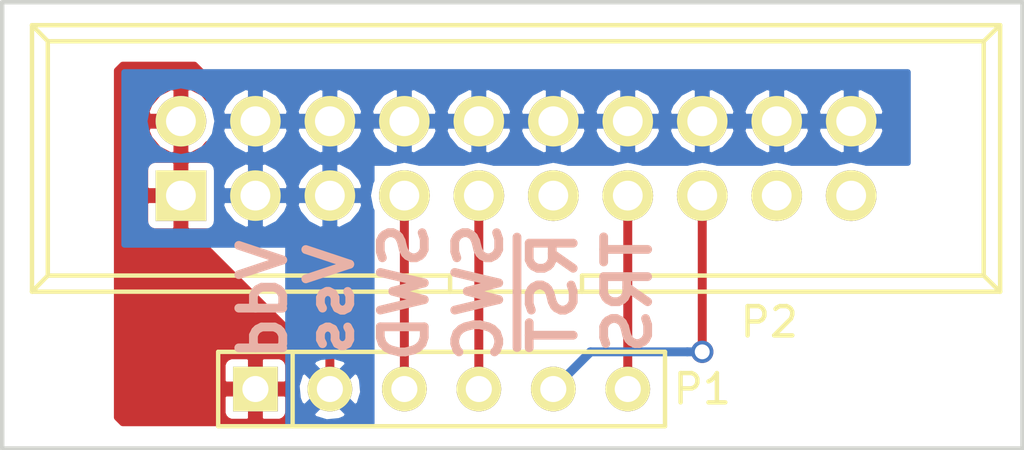
<source format=kicad_pcb>
(kicad_pcb (version 4) (host pcbnew 4.0.1-stable)

  (general
    (links 17)
    (no_connects 0)
    (area 132.512999 89.840999 167.461001 105.231001)
    (thickness 1.6)
    (drawings 10)
    (tracks 20)
    (zones 0)
    (modules 2)
    (nets 7)
  )

  (page A4)
  (layers
    (0 F.Cu signal)
    (31 B.Cu signal)
    (32 B.Adhes user)
    (33 F.Adhes user)
    (34 B.Paste user)
    (35 F.Paste user)
    (36 B.SilkS user)
    (37 F.SilkS user)
    (38 B.Mask user)
    (39 F.Mask user)
    (40 Dwgs.User user)
    (41 Cmts.User user)
    (42 Eco1.User user)
    (43 Eco2.User user)
    (44 Edge.Cuts user)
    (45 Margin user)
    (46 B.CrtYd user)
    (47 F.CrtYd user)
    (48 B.Fab user)
    (49 F.Fab user)
  )

  (setup
    (last_trace_width 0.3048)
    (trace_clearance 0.254)
    (zone_clearance 0.254)
    (zone_45_only no)
    (trace_min 0.2)
    (segment_width 0.2)
    (edge_width 0.15)
    (via_size 0.762)
    (via_drill 0.508)
    (via_min_size 0.4)
    (via_min_drill 0.3)
    (uvia_size 0.3)
    (uvia_drill 0.1)
    (uvias_allowed no)
    (uvia_min_size 0.2)
    (uvia_min_drill 0.1)
    (pcb_text_width 0.3)
    (pcb_text_size 1.5 1.5)
    (mod_edge_width 0.15)
    (mod_text_size 1 1)
    (mod_text_width 0.15)
    (pad_size 1.524 1.524)
    (pad_drill 0.762)
    (pad_to_mask_clearance 0.2)
    (aux_axis_origin 132.588 105.156)
    (grid_origin 132.588 105.156)
    (visible_elements 7FFFFFFF)
    (pcbplotparams
      (layerselection 0x010f0_80000001)
      (usegerberextensions false)
      (excludeedgelayer true)
      (linewidth 0.100000)
      (plotframeref false)
      (viasonmask false)
      (mode 1)
      (useauxorigin true)
      (hpglpennumber 1)
      (hpglpenspeed 20)
      (hpglpendiameter 15)
      (hpglpenoverlay 2)
      (psnegative false)
      (psa4output false)
      (plotreference true)
      (plotvalue false)
      (plotinvisibletext false)
      (padsonsilk false)
      (subtractmaskfromsilk false)
      (outputformat 1)
      (mirror false)
      (drillshape 0)
      (scaleselection 1)
      (outputdirectory ../gerber))
  )

  (net 0 "")
  (net 1 /Vdd)
  (net 2 GND)
  (net 3 /SWDIO)
  (net 4 /SWCLK)
  (net 5 /NRST)
  (net 6 /TRACESWO)

  (net_class Default "This is the default net class."
    (clearance 0.254)
    (trace_width 0.3048)
    (via_dia 0.762)
    (via_drill 0.508)
    (uvia_dia 0.3)
    (uvia_drill 0.1)
    (add_net /NRST)
    (add_net /SWCLK)
    (add_net /SWDIO)
    (add_net /TRACESWO)
    (add_net /Vdd)
    (add_net GND)
  )

  (module kicad_pcb:CON_1x6_0.1in (layer F.Cu) (tedit 5762D72A) (tstamp 5762DA6C)
    (at 147.574 103.124)
    (path /5763B464)
    (fp_text reference P1 (at 8.89 0) (layer F.SilkS)
      (effects (font (size 1 1) (thickness 0.15)))
    )
    (fp_text value CONN_01X06 (at 0 -2.54) (layer F.Fab) hide
      (effects (font (size 1 1) (thickness 0.15)))
    )
    (fp_line (start -5.08 -1.27) (end -5.08 1.27) (layer F.SilkS) (width 0.15))
    (fp_line (start -7.62 -1.27) (end 7.62 -1.27) (layer F.SilkS) (width 0.15))
    (fp_line (start 7.62 -1.27) (end 7.62 1.27) (layer F.SilkS) (width 0.15))
    (fp_line (start 7.62 1.27) (end -7.62 1.27) (layer F.SilkS) (width 0.15))
    (fp_line (start -7.62 1.27) (end -7.62 -1.27) (layer F.SilkS) (width 0.15))
    (pad 1 thru_hole rect (at -6.35 0) (size 1.524 1.524) (drill 0.889) (layers *.Cu *.Mask F.SilkS)
      (net 1 /Vdd))
    (pad 2 thru_hole circle (at -3.81 0) (size 1.524 1.524) (drill 0.889) (layers *.Cu *.Mask F.SilkS)
      (net 2 GND))
    (pad 3 thru_hole circle (at -1.27 0) (size 1.524 1.524) (drill 0.889) (layers *.Cu *.Mask F.SilkS)
      (net 3 /SWDIO))
    (pad 4 thru_hole circle (at 1.27 0) (size 1.524 1.524) (drill 0.889) (layers *.Cu *.Mask F.SilkS)
      (net 4 /SWCLK))
    (pad 5 thru_hole circle (at 3.81 0) (size 1.524 1.524) (drill 0.889) (layers *.Cu *.Mask F.SilkS)
      (net 5 /NRST))
    (pad 6 thru_hole circle (at 6.35 0) (size 1.524 1.524) (drill 0.889) (layers *.Cu *.Mask F.SilkS)
      (net 6 /TRACESWO))
  )

  (module Connect:IDC_Header_Straight_20pins (layer F.Cu) (tedit 5762D93C) (tstamp 5762DA97)
    (at 138.684 96.52)
    (descr "20 pins through hole IDC header")
    (tags "IDC header socket VASCH")
    (path /5763B28B)
    (fp_text reference P2 (at 20.066 4.318) (layer F.SilkS)
      (effects (font (size 1 1) (thickness 0.15)))
    )
    (fp_text value CONN_02X10 (at 11.43 5.223) (layer F.Fab) hide
      (effects (font (size 1 1) (thickness 0.15)))
    )
    (fp_line (start -5.08 -5.82) (end 27.94 -5.82) (layer F.SilkS) (width 0.15))
    (fp_line (start -4.54 -5.27) (end 27.38 -5.27) (layer F.SilkS) (width 0.15))
    (fp_line (start -5.08 3.28) (end 27.94 3.28) (layer F.SilkS) (width 0.15))
    (fp_line (start -4.54 2.73) (end 9.18 2.73) (layer F.SilkS) (width 0.15))
    (fp_line (start 13.68 2.73) (end 27.38 2.73) (layer F.SilkS) (width 0.15))
    (fp_line (start 9.18 2.73) (end 9.18 3.28) (layer F.SilkS) (width 0.15))
    (fp_line (start 13.68 2.73) (end 13.68 3.28) (layer F.SilkS) (width 0.15))
    (fp_line (start -5.08 -5.82) (end -5.08 3.28) (layer F.SilkS) (width 0.15))
    (fp_line (start -4.54 -5.27) (end -4.54 2.73) (layer F.SilkS) (width 0.15))
    (fp_line (start 27.94 -5.82) (end 27.94 3.28) (layer F.SilkS) (width 0.15))
    (fp_line (start 27.38 -5.27) (end 27.38 2.73) (layer F.SilkS) (width 0.15))
    (fp_line (start -5.08 -5.82) (end -4.54 -5.27) (layer F.SilkS) (width 0.15))
    (fp_line (start 27.94 -5.82) (end 27.38 -5.27) (layer F.SilkS) (width 0.15))
    (fp_line (start -5.08 3.28) (end -4.54 2.73) (layer F.SilkS) (width 0.15))
    (fp_line (start 27.94 3.28) (end 27.38 2.73) (layer F.SilkS) (width 0.15))
    (fp_line (start -5.35 -6.05) (end 28.2 -6.05) (layer F.CrtYd) (width 0.05))
    (fp_line (start 28.2 -6.05) (end 28.2 3.55) (layer F.CrtYd) (width 0.05))
    (fp_line (start 28.2 3.55) (end -5.35 3.55) (layer F.CrtYd) (width 0.05))
    (fp_line (start -5.35 3.55) (end -5.35 -6.05) (layer F.CrtYd) (width 0.05))
    (pad 1 thru_hole rect (at 0 0) (size 1.7272 1.7272) (drill 1.016) (layers *.Cu *.Mask F.SilkS)
      (net 1 /Vdd))
    (pad 2 thru_hole oval (at 0 -2.54) (size 1.7272 1.7272) (drill 1.016) (layers *.Cu *.Mask F.SilkS)
      (net 1 /Vdd))
    (pad 3 thru_hole oval (at 2.54 0) (size 1.7272 1.7272) (drill 1.016) (layers *.Cu *.Mask F.SilkS)
      (net 2 GND))
    (pad 4 thru_hole oval (at 2.54 -2.54) (size 1.7272 1.7272) (drill 1.016) (layers *.Cu *.Mask F.SilkS)
      (net 2 GND))
    (pad 5 thru_hole oval (at 5.08 0) (size 1.7272 1.7272) (drill 1.016) (layers *.Cu *.Mask F.SilkS)
      (net 2 GND))
    (pad 6 thru_hole oval (at 5.08 -2.54) (size 1.7272 1.7272) (drill 1.016) (layers *.Cu *.Mask F.SilkS)
      (net 2 GND))
    (pad 7 thru_hole oval (at 7.62 0) (size 1.7272 1.7272) (drill 1.016) (layers *.Cu *.Mask F.SilkS)
      (net 3 /SWDIO))
    (pad 8 thru_hole oval (at 7.62 -2.54) (size 1.7272 1.7272) (drill 1.016) (layers *.Cu *.Mask F.SilkS)
      (net 2 GND))
    (pad 9 thru_hole oval (at 10.16 0) (size 1.7272 1.7272) (drill 1.016) (layers *.Cu *.Mask F.SilkS)
      (net 4 /SWCLK))
    (pad 10 thru_hole oval (at 10.16 -2.54) (size 1.7272 1.7272) (drill 1.016) (layers *.Cu *.Mask F.SilkS)
      (net 2 GND))
    (pad 11 thru_hole oval (at 12.7 0) (size 1.7272 1.7272) (drill 1.016) (layers *.Cu *.Mask F.SilkS))
    (pad 12 thru_hole oval (at 12.7 -2.54) (size 1.7272 1.7272) (drill 1.016) (layers *.Cu *.Mask F.SilkS)
      (net 2 GND))
    (pad 13 thru_hole oval (at 15.24 0) (size 1.7272 1.7272) (drill 1.016) (layers *.Cu *.Mask F.SilkS)
      (net 6 /TRACESWO))
    (pad 14 thru_hole oval (at 15.24 -2.54) (size 1.7272 1.7272) (drill 1.016) (layers *.Cu *.Mask F.SilkS)
      (net 2 GND))
    (pad 15 thru_hole oval (at 17.78 0) (size 1.7272 1.7272) (drill 1.016) (layers *.Cu *.Mask F.SilkS)
      (net 5 /NRST))
    (pad 16 thru_hole oval (at 17.78 -2.54) (size 1.7272 1.7272) (drill 1.016) (layers *.Cu *.Mask F.SilkS)
      (net 2 GND))
    (pad 17 thru_hole oval (at 20.32 0) (size 1.7272 1.7272) (drill 1.016) (layers *.Cu *.Mask F.SilkS))
    (pad 18 thru_hole oval (at 20.32 -2.54) (size 1.7272 1.7272) (drill 1.016) (layers *.Cu *.Mask F.SilkS)
      (net 2 GND))
    (pad 19 thru_hole oval (at 22.86 0) (size 1.7272 1.7272) (drill 1.016) (layers *.Cu *.Mask F.SilkS))
    (pad 20 thru_hole oval (at 22.86 -2.54) (size 1.7272 1.7272) (drill 1.016) (layers *.Cu *.Mask F.SilkS)
      (net 2 GND))
  )

  (gr_text TRS (at 153.924 99.822 90) (layer B.SilkS)
    (effects (font (size 1.5 1.5) (thickness 0.3)) (justify mirror))
  )
  (gr_text ~RST (at 151.384 99.822 90) (layer B.SilkS)
    (effects (font (size 1.5 1.5) (thickness 0.3)) (justify mirror))
  )
  (gr_text SWC (at 148.844 99.822 90) (layer B.SilkS)
    (effects (font (size 1.5 1.5) (thickness 0.3)) (justify mirror))
  )
  (gr_text SWD (at 146.304 99.822 90) (layer B.SilkS)
    (effects (font (size 1.5 1.5) (thickness 0.3)) (justify mirror))
  )
  (gr_text Vss (at 143.764 100.076 90) (layer B.SilkS)
    (effects (font (size 1.5 1.5) (thickness 0.3)) (justify mirror))
  )
  (gr_text Vdd (at 141.478 100.076 90) (layer B.SilkS)
    (effects (font (size 1.5 1.5) (thickness 0.3)) (justify mirror))
  )
  (gr_line (start 132.588 89.916) (end 132.588 105.156) (angle 90) (layer Edge.Cuts) (width 0.15))
  (gr_line (start 167.386 89.916) (end 132.588 89.916) (angle 90) (layer Edge.Cuts) (width 0.15))
  (gr_line (start 167.386 105.156) (end 167.386 89.916) (angle 90) (layer Edge.Cuts) (width 0.15))
  (gr_line (start 132.588 105.156) (end 167.386 105.156) (angle 90) (layer Edge.Cuts) (width 0.15))

  (segment (start 143.764 96.52) (end 143.764 103.124) (width 0.3048) (layer F.Cu) (net 2))
  (segment (start 141.224 93.98) (end 143.764 93.98) (width 0.3048) (layer F.Cu) (net 2))
  (segment (start 143.764 93.98) (end 146.304 93.98) (width 0.3048) (layer F.Cu) (net 2))
  (segment (start 146.304 93.98) (end 148.844 93.98) (width 0.3048) (layer F.Cu) (net 2) (tstamp 5762DB71))
  (segment (start 148.844 93.98) (end 151.384 93.98) (width 0.3048) (layer F.Cu) (net 2) (tstamp 5762DB72))
  (segment (start 151.384 93.98) (end 153.924 93.98) (width 0.3048) (layer F.Cu) (net 2) (tstamp 5762DB73))
  (segment (start 153.924 93.98) (end 156.464 93.98) (width 0.3048) (layer F.Cu) (net 2) (tstamp 5762DB74))
  (segment (start 156.464 93.98) (end 159.004 93.98) (width 0.3048) (layer F.Cu) (net 2) (tstamp 5762DB75))
  (segment (start 159.004 93.98) (end 161.544 93.98) (width 0.3048) (layer F.Cu) (net 2) (tstamp 5762DB76))
  (segment (start 143.764 96.52) (end 143.764 93.98) (width 0.3048) (layer F.Cu) (net 2))
  (segment (start 143.764 96.52) (end 141.224 96.52) (width 0.3048) (layer F.Cu) (net 2))
  (segment (start 141.224 96.52) (end 141.224 93.98) (width 0.3048) (layer F.Cu) (net 2) (tstamp 5762DB6C))
  (segment (start 146.304 96.52) (end 146.304 103.124) (width 0.3048) (layer F.Cu) (net 3))
  (segment (start 148.844 96.52) (end 148.844 103.124) (width 0.3048) (layer F.Cu) (net 4))
  (segment (start 151.384 103.124) (end 152.654 101.854) (width 0.3048) (layer B.Cu) (net 5))
  (segment (start 156.464 101.854) (end 156.464 96.52) (width 0.3048) (layer F.Cu) (net 5) (tstamp 5762DB55))
  (via (at 156.464 101.854) (size 0.762) (drill 0.508) (layers F.Cu B.Cu) (net 5))
  (segment (start 155.956 101.854) (end 156.464 101.854) (width 0.3048) (layer B.Cu) (net 5) (tstamp 5762DB52))
  (segment (start 152.654 101.854) (end 155.956 101.854) (width 0.3048) (layer B.Cu) (net 5) (tstamp 5762DB51))
  (segment (start 153.924 96.52) (end 153.924 103.124) (width 0.3048) (layer F.Cu) (net 6))

  (zone (net 2) (net_name GND) (layer B.Cu) (tstamp 5762DB38) (hatch edge 0.508)
    (connect_pads (clearance 0.254))
    (min_thickness 0.2032)
    (fill yes (arc_segments 16) (thermal_gap 0.254) (thermal_bridge_width 0.508))
    (polygon
      (pts
        (xy 163.576 95.504) (xy 145.288 95.504) (xy 145.288 104.394) (xy 142.24 104.394) (xy 142.24 98.298)
        (xy 136.652 98.298) (xy 136.652 92.202) (xy 163.576 92.202) (xy 163.576 95.504)
      )
    )
    (filled_polygon
      (pts
        (xy 163.4744 95.4024) (xy 162.047615 95.4024) (xy 162.034454 95.393606) (xy 161.567886 95.3008) (xy 161.520114 95.3008)
        (xy 161.053546 95.393606) (xy 161.040385 95.4024) (xy 159.507615 95.4024) (xy 159.494454 95.393606) (xy 159.027886 95.3008)
        (xy 158.980114 95.3008) (xy 158.513546 95.393606) (xy 158.500385 95.4024) (xy 156.967615 95.4024) (xy 156.954454 95.393606)
        (xy 156.487886 95.3008) (xy 156.440114 95.3008) (xy 155.973546 95.393606) (xy 155.960385 95.4024) (xy 154.427615 95.4024)
        (xy 154.414454 95.393606) (xy 153.947886 95.3008) (xy 153.900114 95.3008) (xy 153.433546 95.393606) (xy 153.420385 95.4024)
        (xy 151.887615 95.4024) (xy 151.874454 95.393606) (xy 151.407886 95.3008) (xy 151.360114 95.3008) (xy 150.893546 95.393606)
        (xy 150.880385 95.4024) (xy 149.347615 95.4024) (xy 149.334454 95.393606) (xy 148.867886 95.3008) (xy 148.820114 95.3008)
        (xy 148.353546 95.393606) (xy 148.340385 95.4024) (xy 146.807615 95.4024) (xy 146.794454 95.393606) (xy 146.327886 95.3008)
        (xy 146.280114 95.3008) (xy 145.813546 95.393606) (xy 145.800385 95.4024) (xy 145.288 95.4024) (xy 145.248472 95.410405)
        (xy 145.215172 95.433157) (xy 145.193348 95.467073) (xy 145.1864 95.504) (xy 145.1864 96.004523) (xy 145.15372 96.053432)
        (xy 145.060914 96.52) (xy 145.15372 96.986568) (xy 145.1864 97.035477) (xy 145.1864 103.123599) (xy 145.186207 103.345329)
        (xy 145.1864 103.345796) (xy 145.1864 104.2924) (xy 142.3416 104.2924) (xy 142.3416 103.966789) (xy 143.136738 103.966789)
        (xy 143.223534 104.127167) (xy 143.64857 104.257633) (xy 144.091179 104.215513) (xy 144.304466 104.127167) (xy 144.391262 103.966789)
        (xy 143.764 103.339526) (xy 143.136738 103.966789) (xy 142.3416 103.966789) (xy 142.3416 103.920399) (xy 142.348566 103.886)
        (xy 142.348566 103.00857) (xy 142.630367 103.00857) (xy 142.672487 103.451179) (xy 142.760833 103.664466) (xy 142.921211 103.751262)
        (xy 143.548474 103.124) (xy 143.979526 103.124) (xy 144.606789 103.751262) (xy 144.767167 103.664466) (xy 144.897633 103.23943)
        (xy 144.855513 102.796821) (xy 144.767167 102.583534) (xy 144.606789 102.496738) (xy 143.979526 103.124) (xy 143.548474 103.124)
        (xy 142.921211 102.496738) (xy 142.760833 102.583534) (xy 142.630367 103.00857) (xy 142.348566 103.00857) (xy 142.348566 102.362)
        (xy 142.3416 102.32498) (xy 142.3416 102.281211) (xy 143.136738 102.281211) (xy 143.764 102.908474) (xy 144.391262 102.281211)
        (xy 144.304466 102.120833) (xy 143.87943 101.990367) (xy 143.436821 102.032487) (xy 143.223534 102.120833) (xy 143.136738 102.281211)
        (xy 142.3416 102.281211) (xy 142.3416 98.298) (xy 142.333595 98.258472) (xy 142.310843 98.225172) (xy 142.276927 98.203348)
        (xy 142.24 98.1964) (xy 136.7536 98.1964) (xy 136.7536 95.6564) (xy 137.457834 95.6564) (xy 137.457834 97.3836)
        (xy 137.48263 97.515377) (xy 137.56051 97.636407) (xy 137.679342 97.717601) (xy 137.8204 97.746166) (xy 139.5476 97.746166)
        (xy 139.679377 97.72137) (xy 139.800407 97.64349) (xy 139.881601 97.524658) (xy 139.910166 97.3836) (xy 139.910166 96.859753)
        (xy 140.053096 96.859753) (xy 140.155792 97.107721) (xy 140.462016 97.471769) (xy 140.884245 97.690919) (xy 141.0716 97.640752)
        (xy 141.0716 96.6724) (xy 141.3764 96.6724) (xy 141.3764 97.640752) (xy 141.563755 97.690919) (xy 141.985984 97.471769)
        (xy 142.292208 97.107721) (xy 142.394904 96.859753) (xy 142.593096 96.859753) (xy 142.695792 97.107721) (xy 143.002016 97.471769)
        (xy 143.424245 97.690919) (xy 143.6116 97.640752) (xy 143.6116 96.6724) (xy 143.9164 96.6724) (xy 143.9164 97.640752)
        (xy 144.103755 97.690919) (xy 144.525984 97.471769) (xy 144.832208 97.107721) (xy 144.934904 96.859753) (xy 144.883979 96.6724)
        (xy 143.9164 96.6724) (xy 143.6116 96.6724) (xy 142.644021 96.6724) (xy 142.593096 96.859753) (xy 142.394904 96.859753)
        (xy 142.343979 96.6724) (xy 141.3764 96.6724) (xy 141.0716 96.6724) (xy 140.104021 96.6724) (xy 140.053096 96.859753)
        (xy 139.910166 96.859753) (xy 139.910166 96.180247) (xy 140.053096 96.180247) (xy 140.104021 96.3676) (xy 141.0716 96.3676)
        (xy 141.0716 95.399248) (xy 141.3764 95.399248) (xy 141.3764 96.3676) (xy 142.343979 96.3676) (xy 142.394904 96.180247)
        (xy 142.593096 96.180247) (xy 142.644021 96.3676) (xy 143.6116 96.3676) (xy 143.6116 95.399248) (xy 143.9164 95.399248)
        (xy 143.9164 96.3676) (xy 144.883979 96.3676) (xy 144.934904 96.180247) (xy 144.832208 95.932279) (xy 144.525984 95.568231)
        (xy 144.103755 95.349081) (xy 143.9164 95.399248) (xy 143.6116 95.399248) (xy 143.424245 95.349081) (xy 143.002016 95.568231)
        (xy 142.695792 95.932279) (xy 142.593096 96.180247) (xy 142.394904 96.180247) (xy 142.292208 95.932279) (xy 141.985984 95.568231)
        (xy 141.563755 95.349081) (xy 141.3764 95.399248) (xy 141.0716 95.399248) (xy 140.884245 95.349081) (xy 140.462016 95.568231)
        (xy 140.155792 95.932279) (xy 140.053096 96.180247) (xy 139.910166 96.180247) (xy 139.910166 95.6564) (xy 139.88537 95.524623)
        (xy 139.80749 95.403593) (xy 139.688658 95.322399) (xy 139.5476 95.293834) (xy 137.8204 95.293834) (xy 137.688623 95.31863)
        (xy 137.567593 95.39651) (xy 137.486399 95.515342) (xy 137.457834 95.6564) (xy 136.7536 95.6564) (xy 136.7536 93.98)
        (xy 137.440914 93.98) (xy 137.53372 94.446568) (xy 137.798009 94.842105) (xy 138.193546 95.106394) (xy 138.660114 95.1992)
        (xy 138.707886 95.1992) (xy 139.174454 95.106394) (xy 139.569991 94.842105) (xy 139.83428 94.446568) (xy 139.859505 94.319753)
        (xy 140.053096 94.319753) (xy 140.155792 94.567721) (xy 140.462016 94.931769) (xy 140.884245 95.150919) (xy 141.0716 95.100752)
        (xy 141.0716 94.1324) (xy 141.3764 94.1324) (xy 141.3764 95.100752) (xy 141.563755 95.150919) (xy 141.985984 94.931769)
        (xy 142.292208 94.567721) (xy 142.394904 94.319753) (xy 142.593096 94.319753) (xy 142.695792 94.567721) (xy 143.002016 94.931769)
        (xy 143.424245 95.150919) (xy 143.6116 95.100752) (xy 143.6116 94.1324) (xy 143.9164 94.1324) (xy 143.9164 95.100752)
        (xy 144.103755 95.150919) (xy 144.525984 94.931769) (xy 144.832208 94.567721) (xy 144.934904 94.319753) (xy 145.133096 94.319753)
        (xy 145.235792 94.567721) (xy 145.542016 94.931769) (xy 145.964245 95.150919) (xy 146.1516 95.100752) (xy 146.1516 94.1324)
        (xy 146.4564 94.1324) (xy 146.4564 95.100752) (xy 146.643755 95.150919) (xy 147.065984 94.931769) (xy 147.372208 94.567721)
        (xy 147.474904 94.319753) (xy 147.673096 94.319753) (xy 147.775792 94.567721) (xy 148.082016 94.931769) (xy 148.504245 95.150919)
        (xy 148.6916 95.100752) (xy 148.6916 94.1324) (xy 148.9964 94.1324) (xy 148.9964 95.100752) (xy 149.183755 95.150919)
        (xy 149.605984 94.931769) (xy 149.912208 94.567721) (xy 150.014904 94.319753) (xy 150.213096 94.319753) (xy 150.315792 94.567721)
        (xy 150.622016 94.931769) (xy 151.044245 95.150919) (xy 151.2316 95.100752) (xy 151.2316 94.1324) (xy 151.5364 94.1324)
        (xy 151.5364 95.100752) (xy 151.723755 95.150919) (xy 152.145984 94.931769) (xy 152.452208 94.567721) (xy 152.554904 94.319753)
        (xy 152.753096 94.319753) (xy 152.855792 94.567721) (xy 153.162016 94.931769) (xy 153.584245 95.150919) (xy 153.7716 95.100752)
        (xy 153.7716 94.1324) (xy 154.0764 94.1324) (xy 154.0764 95.100752) (xy 154.263755 95.150919) (xy 154.685984 94.931769)
        (xy 154.992208 94.567721) (xy 155.094904 94.319753) (xy 155.293096 94.319753) (xy 155.395792 94.567721) (xy 155.702016 94.931769)
        (xy 156.124245 95.150919) (xy 156.3116 95.100752) (xy 156.3116 94.1324) (xy 156.6164 94.1324) (xy 156.6164 95.100752)
        (xy 156.803755 95.150919) (xy 157.225984 94.931769) (xy 157.532208 94.567721) (xy 157.634904 94.319753) (xy 157.833096 94.319753)
        (xy 157.935792 94.567721) (xy 158.242016 94.931769) (xy 158.664245 95.150919) (xy 158.8516 95.100752) (xy 158.8516 94.1324)
        (xy 159.1564 94.1324) (xy 159.1564 95.100752) (xy 159.343755 95.150919) (xy 159.765984 94.931769) (xy 160.072208 94.567721)
        (xy 160.174904 94.319753) (xy 160.373096 94.319753) (xy 160.475792 94.567721) (xy 160.782016 94.931769) (xy 161.204245 95.150919)
        (xy 161.3916 95.100752) (xy 161.3916 94.1324) (xy 161.6964 94.1324) (xy 161.6964 95.100752) (xy 161.883755 95.150919)
        (xy 162.305984 94.931769) (xy 162.612208 94.567721) (xy 162.714904 94.319753) (xy 162.663979 94.1324) (xy 161.6964 94.1324)
        (xy 161.3916 94.1324) (xy 160.424021 94.1324) (xy 160.373096 94.319753) (xy 160.174904 94.319753) (xy 160.123979 94.1324)
        (xy 159.1564 94.1324) (xy 158.8516 94.1324) (xy 157.884021 94.1324) (xy 157.833096 94.319753) (xy 157.634904 94.319753)
        (xy 157.583979 94.1324) (xy 156.6164 94.1324) (xy 156.3116 94.1324) (xy 155.344021 94.1324) (xy 155.293096 94.319753)
        (xy 155.094904 94.319753) (xy 155.043979 94.1324) (xy 154.0764 94.1324) (xy 153.7716 94.1324) (xy 152.804021 94.1324)
        (xy 152.753096 94.319753) (xy 152.554904 94.319753) (xy 152.503979 94.1324) (xy 151.5364 94.1324) (xy 151.2316 94.1324)
        (xy 150.264021 94.1324) (xy 150.213096 94.319753) (xy 150.014904 94.319753) (xy 149.963979 94.1324) (xy 148.9964 94.1324)
        (xy 148.6916 94.1324) (xy 147.724021 94.1324) (xy 147.673096 94.319753) (xy 147.474904 94.319753) (xy 147.423979 94.1324)
        (xy 146.4564 94.1324) (xy 146.1516 94.1324) (xy 145.184021 94.1324) (xy 145.133096 94.319753) (xy 144.934904 94.319753)
        (xy 144.883979 94.1324) (xy 143.9164 94.1324) (xy 143.6116 94.1324) (xy 142.644021 94.1324) (xy 142.593096 94.319753)
        (xy 142.394904 94.319753) (xy 142.343979 94.1324) (xy 141.3764 94.1324) (xy 141.0716 94.1324) (xy 140.104021 94.1324)
        (xy 140.053096 94.319753) (xy 139.859505 94.319753) (xy 139.927086 93.98) (xy 139.859506 93.640247) (xy 140.053096 93.640247)
        (xy 140.104021 93.8276) (xy 141.0716 93.8276) (xy 141.0716 92.859248) (xy 141.3764 92.859248) (xy 141.3764 93.8276)
        (xy 142.343979 93.8276) (xy 142.394904 93.640247) (xy 142.593096 93.640247) (xy 142.644021 93.8276) (xy 143.6116 93.8276)
        (xy 143.6116 92.859248) (xy 143.9164 92.859248) (xy 143.9164 93.8276) (xy 144.883979 93.8276) (xy 144.934904 93.640247)
        (xy 145.133096 93.640247) (xy 145.184021 93.8276) (xy 146.1516 93.8276) (xy 146.1516 92.859248) (xy 146.4564 92.859248)
        (xy 146.4564 93.8276) (xy 147.423979 93.8276) (xy 147.474904 93.640247) (xy 147.673096 93.640247) (xy 147.724021 93.8276)
        (xy 148.6916 93.8276) (xy 148.6916 92.859248) (xy 148.9964 92.859248) (xy 148.9964 93.8276) (xy 149.963979 93.8276)
        (xy 150.014904 93.640247) (xy 150.213096 93.640247) (xy 150.264021 93.8276) (xy 151.2316 93.8276) (xy 151.2316 92.859248)
        (xy 151.5364 92.859248) (xy 151.5364 93.8276) (xy 152.503979 93.8276) (xy 152.554904 93.640247) (xy 152.753096 93.640247)
        (xy 152.804021 93.8276) (xy 153.7716 93.8276) (xy 153.7716 92.859248) (xy 154.0764 92.859248) (xy 154.0764 93.8276)
        (xy 155.043979 93.8276) (xy 155.094904 93.640247) (xy 155.293096 93.640247) (xy 155.344021 93.8276) (xy 156.3116 93.8276)
        (xy 156.3116 92.859248) (xy 156.6164 92.859248) (xy 156.6164 93.8276) (xy 157.583979 93.8276) (xy 157.634904 93.640247)
        (xy 157.833096 93.640247) (xy 157.884021 93.8276) (xy 158.8516 93.8276) (xy 158.8516 92.859248) (xy 159.1564 92.859248)
        (xy 159.1564 93.8276) (xy 160.123979 93.8276) (xy 160.174904 93.640247) (xy 160.373096 93.640247) (xy 160.424021 93.8276)
        (xy 161.3916 93.8276) (xy 161.3916 92.859248) (xy 161.6964 92.859248) (xy 161.6964 93.8276) (xy 162.663979 93.8276)
        (xy 162.714904 93.640247) (xy 162.612208 93.392279) (xy 162.305984 93.028231) (xy 161.883755 92.809081) (xy 161.6964 92.859248)
        (xy 161.3916 92.859248) (xy 161.204245 92.809081) (xy 160.782016 93.028231) (xy 160.475792 93.392279) (xy 160.373096 93.640247)
        (xy 160.174904 93.640247) (xy 160.072208 93.392279) (xy 159.765984 93.028231) (xy 159.343755 92.809081) (xy 159.1564 92.859248)
        (xy 158.8516 92.859248) (xy 158.664245 92.809081) (xy 158.242016 93.028231) (xy 157.935792 93.392279) (xy 157.833096 93.640247)
        (xy 157.634904 93.640247) (xy 157.532208 93.392279) (xy 157.225984 93.028231) (xy 156.803755 92.809081) (xy 156.6164 92.859248)
        (xy 156.3116 92.859248) (xy 156.124245 92.809081) (xy 155.702016 93.028231) (xy 155.395792 93.392279) (xy 155.293096 93.640247)
        (xy 155.094904 93.640247) (xy 154.992208 93.392279) (xy 154.685984 93.028231) (xy 154.263755 92.809081) (xy 154.0764 92.859248)
        (xy 153.7716 92.859248) (xy 153.584245 92.809081) (xy 153.162016 93.028231) (xy 152.855792 93.392279) (xy 152.753096 93.640247)
        (xy 152.554904 93.640247) (xy 152.452208 93.392279) (xy 152.145984 93.028231) (xy 151.723755 92.809081) (xy 151.5364 92.859248)
        (xy 151.2316 92.859248) (xy 151.044245 92.809081) (xy 150.622016 93.028231) (xy 150.315792 93.392279) (xy 150.213096 93.640247)
        (xy 150.014904 93.640247) (xy 149.912208 93.392279) (xy 149.605984 93.028231) (xy 149.183755 92.809081) (xy 148.9964 92.859248)
        (xy 148.6916 92.859248) (xy 148.504245 92.809081) (xy 148.082016 93.028231) (xy 147.775792 93.392279) (xy 147.673096 93.640247)
        (xy 147.474904 93.640247) (xy 147.372208 93.392279) (xy 147.065984 93.028231) (xy 146.643755 92.809081) (xy 146.4564 92.859248)
        (xy 146.1516 92.859248) (xy 145.964245 92.809081) (xy 145.542016 93.028231) (xy 145.235792 93.392279) (xy 145.133096 93.640247)
        (xy 144.934904 93.640247) (xy 144.832208 93.392279) (xy 144.525984 93.028231) (xy 144.103755 92.809081) (xy 143.9164 92.859248)
        (xy 143.6116 92.859248) (xy 143.424245 92.809081) (xy 143.002016 93.028231) (xy 142.695792 93.392279) (xy 142.593096 93.640247)
        (xy 142.394904 93.640247) (xy 142.292208 93.392279) (xy 141.985984 93.028231) (xy 141.563755 92.809081) (xy 141.3764 92.859248)
        (xy 141.0716 92.859248) (xy 140.884245 92.809081) (xy 140.462016 93.028231) (xy 140.155792 93.392279) (xy 140.053096 93.640247)
        (xy 139.859506 93.640247) (xy 139.83428 93.513432) (xy 139.569991 93.117895) (xy 139.174454 92.853606) (xy 138.707886 92.7608)
        (xy 138.660114 92.7608) (xy 138.193546 92.853606) (xy 137.798009 93.117895) (xy 137.53372 93.513432) (xy 137.440914 93.98)
        (xy 136.7536 93.98) (xy 136.7536 92.3036) (xy 163.4744 92.3036)
      )
    )
  )
  (zone (net 1) (net_name /Vdd) (layer F.Cu) (tstamp 5762DB8B) (hatch edge 0.508)
    (connect_pads (clearance 0.254))
    (min_thickness 0.2032)
    (fill yes (arc_segments 16) (thermal_gap 0.254) (thermal_bridge_width 0.508))
    (polygon
      (pts
        (xy 139.7 92.456) (xy 139.7 98.298) (xy 142.494 101.092) (xy 142.494 104.394) (xy 136.652 104.394)
        (xy 136.398 104.14) (xy 136.398 92.202) (xy 136.652 91.948) (xy 139.192 91.948) (xy 139.7 92.456)
      )
    )
    (filled_polygon
      (pts
        (xy 139.5984 92.498084) (xy 139.5984 93.209428) (xy 139.445984 93.028231) (xy 139.023755 92.809081) (xy 138.8364 92.859248)
        (xy 138.8364 93.8276) (xy 138.8564 93.8276) (xy 138.8564 94.1324) (xy 138.8364 94.1324) (xy 138.8364 95.100752)
        (xy 139.023755 95.150919) (xy 139.445984 94.931769) (xy 139.5984 94.750572) (xy 139.5984 95.3008) (xy 138.9253 95.3008)
        (xy 138.8364 95.3897) (xy 138.8364 96.3676) (xy 138.8564 96.3676) (xy 138.8564 96.6724) (xy 138.8364 96.6724)
        (xy 138.8364 97.6503) (xy 138.9253 97.7392) (xy 139.5984 97.7392) (xy 139.5984 98.298) (xy 139.606405 98.337528)
        (xy 139.628158 98.369842) (xy 142.3924 101.134084) (xy 142.3924 104.2924) (xy 136.694084 104.2924) (xy 136.4996 104.097916)
        (xy 136.4996 103.3653) (xy 140.1064 103.3653) (xy 140.1064 103.956733) (xy 140.160537 104.087431) (xy 140.260569 104.187463)
        (xy 140.391267 104.2416) (xy 140.9827 104.2416) (xy 141.0716 104.1527) (xy 141.0716 103.2764) (xy 141.3764 103.2764)
        (xy 141.3764 104.1527) (xy 141.4653 104.2416) (xy 142.056733 104.2416) (xy 142.187431 104.187463) (xy 142.287463 104.087431)
        (xy 142.3416 103.956733) (xy 142.3416 103.3653) (xy 142.2527 103.2764) (xy 141.3764 103.2764) (xy 141.0716 103.2764)
        (xy 140.1953 103.2764) (xy 140.1064 103.3653) (xy 136.4996 103.3653) (xy 136.4996 102.291267) (xy 140.1064 102.291267)
        (xy 140.1064 102.8827) (xy 140.1953 102.9716) (xy 141.0716 102.9716) (xy 141.0716 102.0953) (xy 141.3764 102.0953)
        (xy 141.3764 102.9716) (xy 142.2527 102.9716) (xy 142.3416 102.8827) (xy 142.3416 102.291267) (xy 142.287463 102.160569)
        (xy 142.187431 102.060537) (xy 142.056733 102.0064) (xy 141.4653 102.0064) (xy 141.3764 102.0953) (xy 141.0716 102.0953)
        (xy 140.9827 102.0064) (xy 140.391267 102.0064) (xy 140.260569 102.060537) (xy 140.160537 102.160569) (xy 140.1064 102.291267)
        (xy 136.4996 102.291267) (xy 136.4996 96.7613) (xy 137.4648 96.7613) (xy 137.4648 97.454333) (xy 137.518937 97.585031)
        (xy 137.618969 97.685063) (xy 137.749667 97.7392) (xy 138.4427 97.7392) (xy 138.5316 97.6503) (xy 138.5316 96.6724)
        (xy 137.5537 96.6724) (xy 137.4648 96.7613) (xy 136.4996 96.7613) (xy 136.4996 95.585667) (xy 137.4648 95.585667)
        (xy 137.4648 96.2787) (xy 137.5537 96.3676) (xy 138.5316 96.3676) (xy 138.5316 95.3897) (xy 138.4427 95.3008)
        (xy 137.749667 95.3008) (xy 137.618969 95.354937) (xy 137.518937 95.454969) (xy 137.4648 95.585667) (xy 136.4996 95.585667)
        (xy 136.4996 94.319753) (xy 137.513096 94.319753) (xy 137.615792 94.567721) (xy 137.922016 94.931769) (xy 138.344245 95.150919)
        (xy 138.5316 95.100752) (xy 138.5316 94.1324) (xy 137.564021 94.1324) (xy 137.513096 94.319753) (xy 136.4996 94.319753)
        (xy 136.4996 93.640247) (xy 137.513096 93.640247) (xy 137.564021 93.8276) (xy 138.5316 93.8276) (xy 138.5316 92.859248)
        (xy 138.344245 92.809081) (xy 137.922016 93.028231) (xy 137.615792 93.392279) (xy 137.513096 93.640247) (xy 136.4996 93.640247)
        (xy 136.4996 92.244084) (xy 136.694084 92.0496) (xy 139.149916 92.0496)
      )
    )
  )
)

</source>
